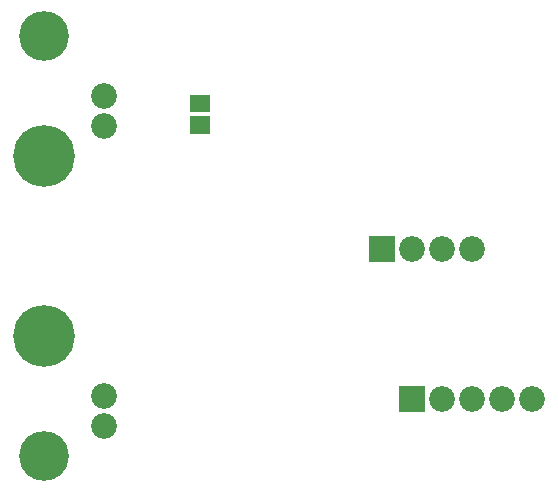
<source format=gbr>
G04 start of page 7 for group -4062 idx -4062 *
G04 Title: (unknown), soldermask *
G04 Creator: pcb 20140316 *
G04 CreationDate: Fri 27 Mar 2015 01:12:16 PM GMT UTC *
G04 For: fosse *
G04 Format: Gerber/RS-274X *
G04 PCB-Dimensions (mil): 2170.00 1700.00 *
G04 PCB-Coordinate-Origin: lower left *
%MOIN*%
%FSLAX25Y25*%
%LNBOTTOMMASK*%
%ADD54R,0.0572X0.0572*%
%ADD53C,0.1660*%
%ADD52C,0.2060*%
%ADD51C,0.0860*%
%ADD50C,0.0001*%
G54D50*G36*
X152700Y38300D02*Y29700D01*
X161300D01*
Y38300D01*
X152700D01*
G37*
G54D51*X167000Y34000D03*
X177000D03*
G54D50*G36*
X142700Y88300D02*Y79700D01*
X151300D01*
Y88300D01*
X142700D01*
G37*
G54D51*X157000Y84000D03*
X167000D03*
X177000D03*
X187000Y34000D03*
X197000D03*
G54D52*X34500Y115000D03*
G54D51*X54500Y125000D03*
Y135000D03*
G54D53*X34500Y155000D03*
Y15000D03*
G54D52*Y55000D03*
G54D51*X54500Y25000D03*
Y35000D03*
G54D54*X86107Y132543D02*X86893D01*
X86107Y125457D02*X86893D01*
M02*

</source>
